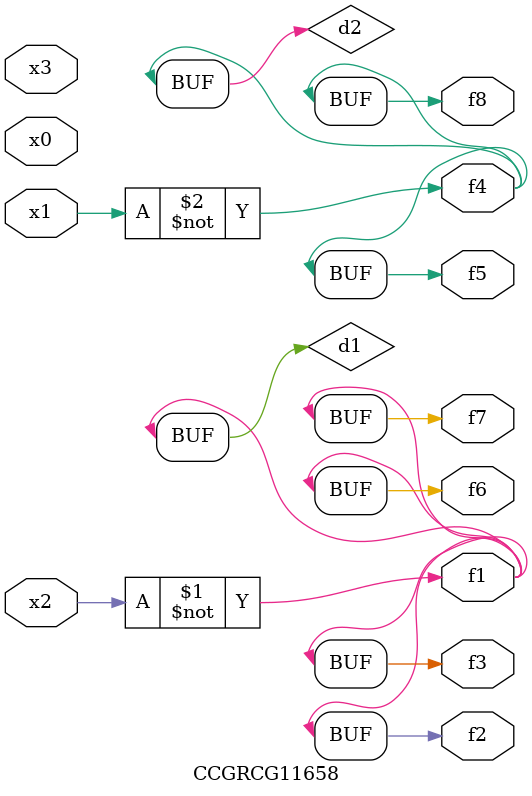
<source format=v>
module CCGRCG11658(
	input x0, x1, x2, x3,
	output f1, f2, f3, f4, f5, f6, f7, f8
);

	wire d1, d2;

	xnor (d1, x2);
	not (d2, x1);
	assign f1 = d1;
	assign f2 = d1;
	assign f3 = d1;
	assign f4 = d2;
	assign f5 = d2;
	assign f6 = d1;
	assign f7 = d1;
	assign f8 = d2;
endmodule

</source>
